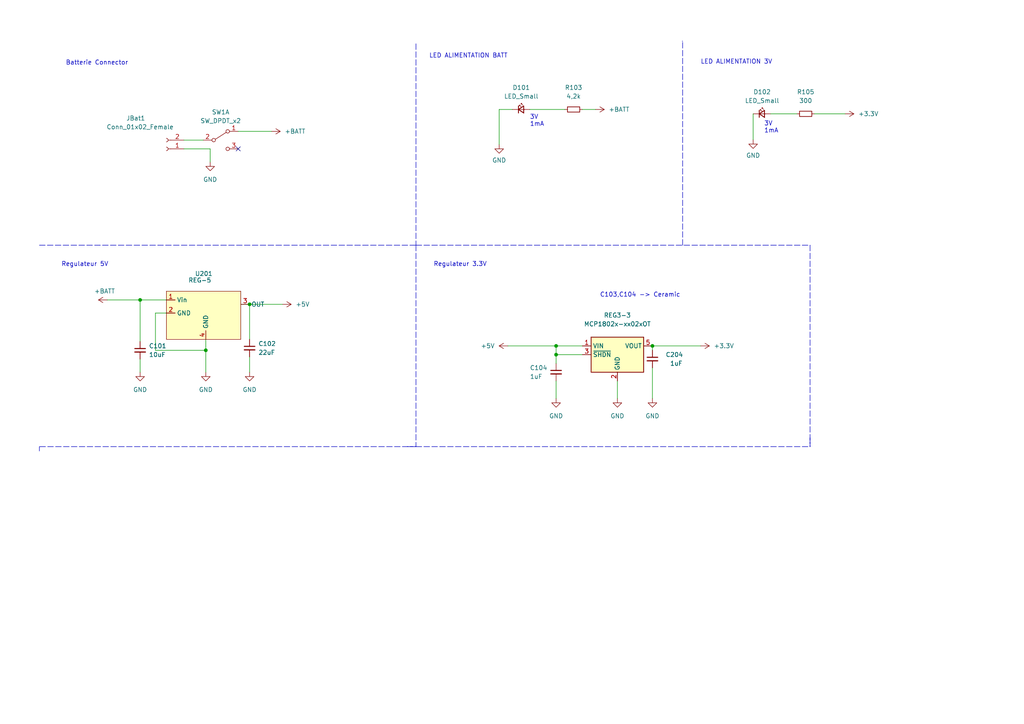
<source format=kicad_sch>
(kicad_sch (version 20211123) (generator eeschema)
  (paper "A4")
  (title_block (title "Alimentation Bloc") (date "2022-10-03") (rev "V1.0") (company "ENSEA"))
  (lib_symbols
    (symbol "Connector:Conn_01x02_Female" (pin_names (offset 1.016) hide)
      (property "Reference" "J" (at 0 2.54 0))
      (property "Value" "Conn_01x02_Female" (at 0 -5.08 0))
      (symbol "Conn_01x02_Female_1_1"
        (arc (start 0 -2.032) (mid -0.508 -2.54) (end 0 -3.048) (stroke (width 0.1524)))
        (polyline (pts (xy -1.27 -2.54) (xy -0.508 -2.54)) (stroke (width 0.1524)))
        (polyline (pts (xy -1.27 0) (xy -0.508 0)) (stroke (width 0.1524)))
        (arc (start 0 0.508) (mid -0.508 0) (end 0 -0.508) (stroke (width 0.1524)))
        (pin passive line (at -5.08 0 0) (length 3.81) (name "Pin_1") (number "1"))
        (pin passive line (at -5.08 -2.54 0) (length 3.81) (name "Pin_2") (number "2"))
      )
    )
    (symbol "Device:C_Small" (pin_numbers hide) (pin_names (offset 0.254) hide)
      (property "Reference" "C" (at 0.254 1.778 0))
      (property "Value" "C_Small" (at 0.254 -2.032 0))
      (symbol "C_Small_0_1"
        (polyline (pts (xy -1.524 -0.508) (xy 1.524 -0.508)) (stroke (width 0.3302)))
        (polyline (pts (xy -1.524 0.508) (xy 1.524 0.508)) (stroke (width 0.3048)))
      )
      (symbol "C_Small_1_1"
        (pin passive line (at 0 2.54 270) (length 2.032) (name "~") (number "1"))
        (pin passive line (at 0 -2.54 90) (length 2.032) (name "~") (number "2"))
      )
    )
    (symbol "Device:LED_Small" (pin_numbers hide) (pin_names (offset 0.254) hide)
      (property "Reference" "D" (at -1.27 3.175 0))
      (property "Value" "LED_Small" (at -4.445 -2.54 0))
      (symbol "LED_Small_0_1"
        (polyline (pts (xy -0.762 -1.016) (xy -0.762 1.016)) (stroke (width 0.254)))
        (polyline (pts (xy 1.016 0) (xy -0.762 0)))
        (polyline (pts (xy 0.762 -1.016) (xy -0.762 0) (xy 0.762 1.016) (xy 0.762 -1.016)) (stroke (width 0.254)))
        (polyline (pts (xy 0 0.762) (xy -0.508 1.27) (xy -0.254 1.27) (xy -0.508 1.27) (xy -0.508 1.016)))
        (polyline (pts (xy 0.508 1.27) (xy 0 1.778) (xy 0.254 1.778) (xy 0 1.778) (xy 0 1.524)))
      )
      (symbol "LED_Small_1_1"
        (pin passive line (at -2.54 0 0) (length 1.778) (name "K") (number "1"))
        (pin passive line (at 2.54 0 180) (length 1.778) (name "A") (number "2"))
      )
    )
    (symbol "Device:R_Small" (pin_numbers hide) (pin_names (offset 0.254) hide)
      (property "Reference" "R" (at 0.762 0.508 0))
      (property "Value" "R_Small" (at 0.762 -1.016 0))
      (symbol "R_Small_0_1"
        (rectangle (start -0.762 1.778) (end 0.762 -1.778) (stroke (width 0.2032)))
      )
      (symbol "R_Small_1_1"
        (pin passive line (at 0 2.54 270) (length 0.762) (name "~") (number "1"))
        (pin passive line (at 0 -2.54 90) (length 0.762) (name "~") (number "2"))
      )
    )
    (symbol "Regulator_Linear:MCP1802x-xx02xOT"
      (property "Reference" "REG3-3" (at 0 10.16 0))
      (property "Value" "MCP1802x-xx02xOT" (at 0 7.62 0))
      (symbol "MCP1802x-xx02xOT_0_1"
        (rectangle (start -7.62 5.08) (end 7.62 -5.08) (stroke (width 0.254)) (fill (type background)))
      )
      (symbol "MCP1802x-xx02xOT_1_1"
        (pin power_in line (at -10.16 2.54 0) (length 2.54) (name "VIN") (number "1"))
        (pin power_out line (at 0 -7.62 90) (length 2.54) (name "GND") (number "2"))
        (pin input line (at -10.16 0 0) (length 2.54) (name "~{SHDN}") (number "3"))
        (pin no_connect line (at 7.62 0 180) (length 2.54) hide (name "NC") (number "4"))
        (pin power_out line (at 10.16 2.54 180) (length 2.54) (name "VOUT") (number "5"))
      )
    )
    (symbol "Sensors_Beerator:REG-5"
      (property "Reference" "U" (at 0 0 0))
      (property "Value" "REG-5" (at 0 1.27 0))
      (symbol "REG-5_0_1"
        (rectangle (start -12.7 -3.81) (end 8.89 -17.78) (fill (type background)))
      )
      (symbol "REG-5_1_1"
        (pin input line (at -12.7 -6.35 0) (length 2.54) (name "Vin") (number "1"))
        (pin output line (at -12.7 -10.16 0) (length 2.54) (name "GND") (number "2"))
        (pin output line (at 8.89 -7.62 0) (length 2.54) (name "OUT") (number "3"))
        (pin output line (at -1.27 -17.78 90) (length 2.54) (name "GND") (number "4"))
      )
    )
    (symbol "Switch:SW_DPDT_x2" (pin_names (offset 0) hide)
      (property "Reference" "SW" (at 0 4.318 0))
      (property "Value" "SW_DPDT_x2" (at 0 -5.08 0))
      (symbol "SW_DPDT_x2_0_0"
        (circle (center -2.032 0) (radius 0.508))
        (circle (center 2.032 -2.54) (radius 0.508))
      )
      (symbol "SW_DPDT_x2_0_1"
        (polyline (pts (xy -1.524 0.254) (xy 1.651 2.286)))
        (circle (center 2.032 2.54) (radius 0.508))
      )
      (symbol "SW_DPDT_x2_1_1"
        (pin passive line (at 5.08 2.54 180) (length 2.54) (name "A") (number "1"))
        (pin passive line (at -5.08 0 0) (length 2.54) (name "B") (number "2"))
        (pin passive line (at 5.08 -2.54 180) (length 2.54) (name "C") (number "3"))
      )
      (symbol "SW_DPDT_x2_2_1"
        (pin passive line (at 5.08 2.54 180) (length 2.54) (name "A") (number "4"))
        (pin passive line (at -5.08 0 0) (length 2.54) (name "B") (number "5"))
        (pin passive line (at 5.08 -2.54 180) (length 2.54) (name "C") (number "6"))
      )
    )
    (symbol "power:+3.3V" (power) (pin_names (offset 0))
      (property "Value" "+3.3V" (at 0 3.556 0))
      (symbol "+3.3V_0_1"
        (polyline (pts (xy -0.762 1.27) (xy 0 2.54)))
        (polyline (pts (xy 0 0) (xy 0 2.54)))
        (polyline (pts (xy 0 2.54) (xy 0.762 1.27)))
      )
      (symbol "+3.3V_1_1"
        (pin power_in line (at 0 0 90) (length 0) hide (name "+3.3V") (number "1"))
      )
    )
    (symbol "power:+5V" (power) (pin_names (offset 0))
      (property "Value" "+5V" (at 0 3.556 0))
      (symbol "+5V_0_1"
        (polyline (pts (xy -0.762 1.27) (xy 0 2.54)))
        (polyline (pts (xy 0 0) (xy 0 2.54)))
        (polyline (pts (xy 0 2.54) (xy 0.762 1.27)))
      )
      (symbol "+5V_1_1"
        (pin power_in line (at 0 0 90) (length 0) hide (name "+5V") (number "1"))
      )
    )
    (symbol "power:+BATT" (power) (pin_names (offset 0))
      (property "Value" "+BATT" (at 0 3.556 0))
      (symbol "+BATT_0_1"
        (polyline (pts (xy -0.762 1.27) (xy 0 2.54)))
        (polyline (pts (xy 0 0) (xy 0 2.54)))
        (polyline (pts (xy 0 2.54) (xy 0.762 1.27)))
      )
      (symbol "+BATT_1_1"
        (pin power_in line (at 0 0 90) (length 0) hide (name "+BATT") (number "1"))
      )
    )
    (symbol "power:GND" (power) (pin_names (offset 0))
      (property "Value" "GND" (at 0 -3.81 0))
      (symbol "GND_0_1"
        (polyline (pts (xy 0 0) (xy 0 -1.27) (xy 1.27 -1.27) (xy 0 -2.54) (xy -1.27 -1.27) (xy 0 -1.27)))
      )
      (symbol "GND_1_1"
        (pin power_in line (at 0 0 270) (length 0) hide (name "GND") (number "1"))
      )
    )
  )
  (junction (at 161.29 102.87))
  (junction (at 161.29 100.33))
  (junction (at 59.69 101.6))
  (junction (at 189.23 100.33))
  (junction (at 40.64 86.995))
  (junction (at 72.39 88.265))
  (no_connect (at 69.088 43.18))
  (wire (pts (xy 218.44 33.02) (xy 218.44 40.513)))
  (wire (pts (xy 72.39 103.505) (xy 72.39 107.95)))
  (polyline (pts (xy 234.95 127) (xy 234.95 129.54)))
  (polyline (pts (xy 120.65 129.54) (xy 11.43 129.54)))
  (wire (pts (xy 53.34 40.64) (xy 58.928 40.64)))
  (wire (pts (xy 53.34 43.18) (xy 60.96 43.18)))
  (wire (pts (xy 69.85 88.265) (xy 72.39 88.265)))
  (wire (pts (xy 72.39 98.425) (xy 72.39 88.265)))
  (wire (pts (xy 161.29 100.33) (xy 168.91 100.33)))
  (wire (pts (xy 179.07 110.49) (xy 179.07 115.57)))
  (wire (pts (xy 45.085 90.805) (xy 45.085 101.6)))
  (polyline (pts (xy 120.65 71.12) (xy 234.95 71.12)))
  (polyline (pts (xy 197.993 71.12) (xy 197.993 11.938)))
  (wire (pts (xy 60.96 43.18) (xy 60.96 46.99)))
  (polyline (pts (xy 234.95 71.12) (xy 234.95 129.54)))
  (wire (pts (xy 45.085 101.6) (xy 59.69 101.6)))
  (wire (pts (xy 161.29 110.49) (xy 161.29 115.57)))
  (wire (pts (xy 189.23 106.68) (xy 189.23 115.57)))
  (wire (pts (xy 72.39 88.265) (xy 81.915 88.265)))
  (wire (pts (xy 168.91 31.75) (xy 172.72 31.75)))
  (wire (pts (xy 59.69 98.425) (xy 59.69 101.6)))
  (polyline (pts (xy 120.65 12.7) (xy 120.65 71.12)))
  (wire (pts (xy 69.088 38.1) (xy 78.74 38.1)))
  (wire (pts (xy 153.67 31.75) (xy 163.83 31.75)))
  (wire (pts (xy 147.32 100.33) (xy 161.29 100.33)))
  (polyline (pts (xy 120.65 129.54) (xy 234.95 129.54)))
  (wire (pts (xy 161.29 100.33) (xy 161.29 102.87)))
  (polyline (pts (xy 11.43 71.12) (xy 120.65 71.12)))
  (wire (pts (xy 31.115 86.995) (xy 40.64 86.995)))
  (wire (pts (xy 148.59 31.75) (xy 144.78 31.75)))
  (polyline (pts (xy 11.43 129.54) (xy 11.43 130.81)))
  (wire (pts (xy 59.69 101.6) (xy 59.69 107.95)))
  (wire (pts (xy 144.78 31.75) (xy 144.78 41.91)))
  (wire (pts (xy 40.64 104.14) (xy 40.64 107.95)))
  (wire (pts (xy 168.91 102.87) (xy 161.29 102.87)))
  (wire (pts (xy 161.29 102.87) (xy 161.29 105.41)))
  (polyline (pts (xy 118.11 129.54) (xy 120.65 129.54)))
  (wire (pts (xy 236.22 33.02) (xy 245.11 33.02)))
  (wire (pts (xy 189.23 100.33) (xy 189.23 101.6)))
  (wire (pts (xy 223.52 33.02) (xy 231.14 33.02)))
  (wire (pts (xy 40.64 99.06) (xy 40.64 86.995)))
  (wire (pts (xy 40.64 86.995) (xy 48.26 86.995)))
  (wire (pts (xy 189.23 100.33) (xy 203.2 100.33)))
  (polyline (pts (xy 120.65 71.12) (xy 120.65 129.54)))
  (polyline (pts (xy 197.866 11.938) (xy 197.993 11.938)))
  (wire (pts (xy 45.085 90.805) (xy 48.26 90.805)))
  (text "Regulateur 3.3V" (at 125.73 77.47 0) (effects (font (size 1.27 1.27)) (justify left bottom)))
  (text "Regulateur 5V" (at 17.78 77.47 0) (effects (font (size 1.27 1.27)) (justify left bottom)))
  (text "C103,C104 -> Ceramic\n" (at 173.99 86.36 0) (effects (font (size 1.27 1.27)) (justify left bottom)))
  (text "LED ALIMENTATION 3V\n\n\n" (at 203.2 22.86 0) (effects (font (size 1.27 1.27)) (justify left bottom)))
  (text "3V\n1mA" (at 221.615 38.735 0) (effects (font (size 1.27 1.27)) (justify left bottom)))
  (text "3V\n1mA" (at 153.67 36.83 0) (effects (font (size 1.27 1.27)) (justify left bottom)))
  (text "LED ALIMENTATION BATT\n\n" (at 124.46 19.05 0) (effects (font (size 1.27 1.27)) (justify left bottom)))
  (text "Batterie Connector" (at 19.05 19.05 0) (effects (font (size 1.27 1.27)) (justify left bottom)))
  (symbol (lib_id "Device:C_Small") (at 161.29 107.95 0) (unit 1)
    (property "Reference" "C104" (at 153.67 106.68 0) (effects (justify left)))
    (property "Value" "1uF" (at 153.67 109.22 0) (effects (justify left)))
    (property "Footprint" "Capacitor_SMD:C_0603_1608Metric_Pad1.08x0.95mm_HandSolder" (effects hide))
  )
  (symbol (lib_id "power:+3.3V") (at 245.11 33.02 270) (unit 1)
    (property "Reference" "#PWR0216" (effects hide))
    (property "Value" "+3.3V" (at 248.92 33.0199 90) (effects (justify left)))
  )
  (symbol (lib_id "Device:LED_Small") (at 151.13 31.75 0) (unit 1)
    (property "Reference" "D101" (at 151.1935 25.4 0))
    (property "Value" "LED_Small" (at 151.1935 27.94 0))
    (property "Footprint" "LED_SMD:LED_0603_1608Metric_Pad1.05x0.95mm_HandSolder" (effects hide))
  )
  (symbol (lib_id "power:GND") (at 60.96 46.99 0) (unit 1)
    (property "Reference" "#PWR0104" (effects hide))
    (property "Value" "GND" (at 60.96 52.07 0))
  )
  (symbol (lib_id "Device:R_Small") (at 233.68 33.02 270) (unit 1)
    (property "Reference" "R105" (at 233.68 26.67 90))
    (property "Value" "300" (at 233.68 29.21 90))
    (property "Footprint" "Resistor_SMD:R_0603_1608Metric_Pad0.98x0.95mm_HandSolder" (effects hide))
  )
  (symbol (lib_id "power:+BATT") (at 78.74 38.1 270) (unit 1)
    (property "Reference" "#PWR0206" (effects hide))
    (property "Value" "+BATT" (at 82.55 38.0999 90) (effects (justify left)))
  )
  (symbol (lib_id "Regulator_Linear:MCP1802x-xx02xOT") (at 179.07 102.87 0) (unit 1)
    (property "Reference" "REG3-3" (at 179.07 91.44 0))
    (property "Value" "MCP1802x-xx02xOT" (at 179.07 93.98 0))
    (property "Footprint" "Package_TO_SOT_SMD:SOT-23-5" (effects hide))
    (property "Datasheet" "http://ww1.microchip.com/downloads/en/DeviceDoc/22053C.pdf" (effects hide))
  )
  (symbol (lib_id "power:GND") (at 72.39 107.95 0) (unit 1)
    (property "Reference" "#PWR0105" (effects hide))
    (property "Value" "GND" (at 72.39 113.03 0))
  )
  (symbol (lib_id "power:+5V") (at 147.32 100.33 90) (unit 1)
    (property "Reference" "#PWR0209" (effects hide))
    (property "Value" "+5V" (at 143.51 100.3299 90) (effects (justify left)))
  )
  (symbol (lib_id "power:+BATT") (at 31.115 86.995 90) (unit 1)
    (property "Reference" "#PWR0201" (effects hide))
    (property "Value" "+BATT" (at 27.305 84.455 90) (effects (justify right)))
  )
  (symbol (lib_id "Device:C_Small") (at 72.39 100.965 0) (unit 1)
    (property "Reference" "C102" (at 74.93 99.7012 0) (effects (justify left)))
    (property "Value" "22uF" (at 74.93 102.2412 0) (effects (justify left)))
    (property "Footprint" "Capacitor_SMD:C_0603_1608Metric_Pad1.08x0.95mm_HandSolder" (effects hide))
  )
  (symbol (lib_id "power:GND") (at 161.29 115.57 0) (unit 1)
    (property "Reference" "#PWR0109" (effects hide))
    (property "Value" "GND" (at 161.29 120.65 0))
  )
  (symbol (lib_id "Device:C_Small") (at 40.64 101.6 0) (unit 1)
    (property "Reference" "C101" (at 43.18 100.3362 0) (effects (justify left)))
    (property "Value" "10uF" (at 43.18 102.8762 0) (effects (justify left)))
    (property "Footprint" "Capacitor_SMD:C_0603_1608Metric_Pad1.08x0.95mm_HandSolder" (effects hide))
  )
  (symbol (lib_id "power:GND") (at 189.23 115.57 0) (unit 1)
    (property "Reference" "#PWR0108" (effects hide))
    (property "Value" "GND" (at 189.23 120.65 0))
  )
  (symbol (lib_id "power:GND") (at 144.78 41.91 0) (unit 1)
    (property "Reference" "#PWR0123" (effects hide))
    (property "Value" "GND" (at 144.78 46.482 0))
  )
  (symbol (lib_id "power:+3.3V") (at 203.2 100.33 270) (unit 1)
    (property "Reference" "#PWR0214" (effects hide))
    (property "Value" "+3.3V" (at 207.01 100.3299 90) (effects (justify left)))
  )
  (symbol (lib_id "power:GND") (at 218.44 40.513 0) (unit 1)
    (property "Reference" "#PWR0125" (effects hide))
    (property "Value" "GND" (at 218.44 45.085 0))
  )
  (symbol (lib_id "Connector:Conn_01x02_Female") (at 48.26 43.18 180) (unit 1)
    (property "Reference" "JBat1" (at 39.37 34.29 0))
    (property "Value" "Conn_01x02_Female" (at 40.64 36.83 0))
    (property "Footprint" "Connector_JST:JST_XH_B2B-XH-AM_1x02_P2.50mm_Vertical" (effects hide))
  )
  (symbol (lib_id "Device:C_Small") (at 189.23 104.14 0) (unit 1)
    (property "Reference" "C204" (at 193.04 102.87 0) (effects (justify left)))
    (property "Value" "1uF" (at 194.31 105.41 0) (effects (justify left)))
    (property "Footprint" "Capacitor_SMD:C_0603_1608Metric_Pad1.08x0.95mm_HandSolder" (effects hide))
  )
  (symbol (lib_id "power:+5V") (at 81.915 88.265 270) (unit 1)
    (property "Reference" "#PWR0207" (effects hide))
    (property "Value" "+5V" (at 85.725 88.2649 90) (effects (justify left)))
  )
  (symbol (lib_id "Sensors_Beerator:REG-5") (at 60.96 80.645 0) (unit 1)
    (property "Reference" "U201" (at 56.515 79.375 0) (effects (justify left)))
    (property "Value" "REG-5" (at 54.61 81.28 0) (effects (justify left)))
    (property "Footprint" "Package_TO_SOT_SMD:SOT-223" (effects hide))
  )
  (symbol (lib_id "Device:LED_Small") (at 220.98 33.02 0) (unit 1)
    (property "Reference" "D102" (at 221.0435 26.67 0))
    (property "Value" "LED_Small" (at 221.0435 29.21 0))
    (property "Footprint" "LED_SMD:LED_0603_1608Metric_Pad1.05x0.95mm_HandSolder" (effects hide))
  )
  (symbol (lib_id "Switch:SW_DPDT_x2") (at 64.008 40.64 0) (unit 1)
    (property "Reference" "SW1" (at 64.008 32.512 0))
    (property "Value" "SW_DPDT_x2" (at 64.008 35.052 0))
    (property "Footprint" "SamacSys_Parts:NE555DR" (effects hide))
  )
  (symbol (lib_id "power:+BATT") (at 172.72 31.75 270) (unit 1)
    (property "Reference" "#PWR0211" (effects hide))
    (property "Value" "+BATT" (at 176.53 31.7499 90) (effects (justify left)))
  )
  (symbol (lib_id "power:GND") (at 40.64 107.95 0) (unit 1)
    (property "Reference" "#PWR0102" (effects hide))
    (property "Value" "GND" (at 40.64 113.03 0))
  )
  (symbol (lib_id "power:GND") (at 179.07 115.57 0) (unit 1)
    (property "Reference" "#PWR0107" (effects hide))
    (property "Value" "GND" (at 179.07 120.65 0))
  )
  (symbol (lib_id "power:GND") (at 59.69 107.95 0) (unit 1)
    (property "Reference" "#PWR0106" (effects hide))
    (property "Value" "GND" (at 59.69 113.03 0))
  )
  (symbol (lib_id "Device:R_Small") (at 166.37 31.75 270) (unit 1)
    (property "Reference" "R103" (at 166.37 25.4 90))
    (property "Value" "4,2k" (at 166.37 27.94 90))
    (property "Footprint" "Resistor_SMD:R_0603_1608Metric_Pad0.98x0.95mm_HandSolder" (effects hide))
  )
)
</source>
